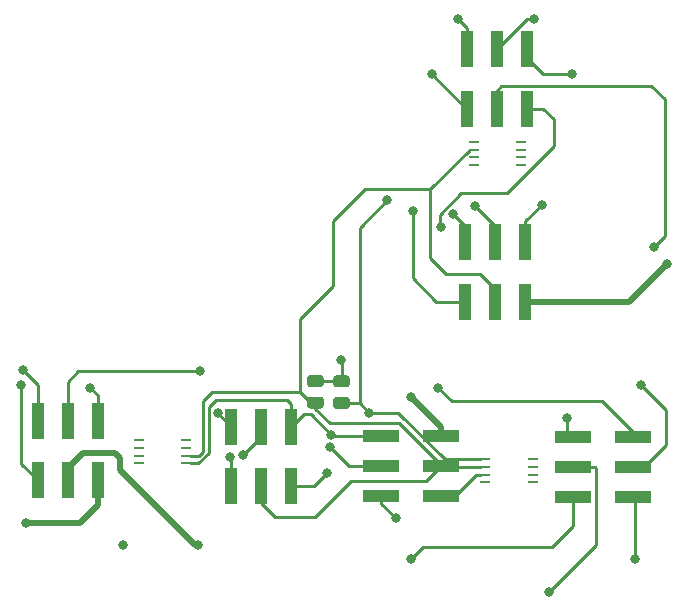
<source format=gbr>
%TF.GenerationSoftware,KiCad,Pcbnew,(5.1.12)-1*%
%TF.CreationDate,2022-11-07T03:47:31-06:00*%
%TF.ProjectId,perovskite_contact_board,7065726f-7673-46b6-9974-655f636f6e74,rev?*%
%TF.SameCoordinates,Original*%
%TF.FileFunction,Copper,L4,Bot*%
%TF.FilePolarity,Positive*%
%FSLAX46Y46*%
G04 Gerber Fmt 4.6, Leading zero omitted, Abs format (unit mm)*
G04 Created by KiCad (PCBNEW (5.1.12)-1) date 2022-11-07 03:47:31*
%MOMM*%
%LPD*%
G01*
G04 APERTURE LIST*
%TA.AperFunction,ComponentPad*%
%ADD10O,1.000000X0.250000*%
%TD*%
%TA.AperFunction,SMDPad,CuDef*%
%ADD11R,1.000000X3.150000*%
%TD*%
%TA.AperFunction,SMDPad,CuDef*%
%ADD12R,3.150000X1.000000*%
%TD*%
%TA.AperFunction,ViaPad*%
%ADD13C,0.800000*%
%TD*%
%TA.AperFunction,Conductor*%
%ADD14C,0.250000*%
%TD*%
%TA.AperFunction,Conductor*%
%ADD15C,0.500000*%
%TD*%
G04 APERTURE END LIST*
D10*
%TO.P,U6,4*%
%TO.N,GND*%
X211050120Y-58744760D03*
%TO.P,U6,5*%
%TO.N,Vdd*%
X215050120Y-58744760D03*
%TO.P,U6,3*%
%TO.N,Alert3*%
X211050120Y-58094760D03*
%TO.P,U6,6*%
%TO.N,GND*%
X215050120Y-58094760D03*
%TO.P,U6,2*%
%TO.N,SCL*%
X211050120Y-57444760D03*
%TO.P,U6,7*%
%TO.N,GND*%
X215050120Y-57444760D03*
%TO.P,U6,1*%
%TO.N,SDA*%
X211050120Y-56794760D03*
%TO.P,U6,8*%
%TO.N,Vdd*%
X215050120Y-56794760D03*
%TD*%
%TO.P,U5,4*%
%TO.N,GND*%
X212030560Y-85597640D03*
%TO.P,U5,5*%
X216030560Y-85597640D03*
%TO.P,U5,3*%
%TO.N,Alert2*%
X212030560Y-84947640D03*
%TO.P,U5,6*%
%TO.N,Vdd*%
X216030560Y-84947640D03*
%TO.P,U5,2*%
%TO.N,SCL*%
X212030560Y-84297640D03*
%TO.P,U5,7*%
%TO.N,GND*%
X216030560Y-84297640D03*
%TO.P,U5,1*%
%TO.N,SDA*%
X212030560Y-83647640D03*
%TO.P,U5,8*%
%TO.N,Vdd*%
X216030560Y-83647640D03*
%TD*%
%TO.P,U4,4*%
%TO.N,GND*%
X186698640Y-82062680D03*
%TO.P,U4,5*%
X182698640Y-82062680D03*
%TO.P,U4,3*%
%TO.N,Alert1*%
X186698640Y-82712680D03*
%TO.P,U4,6*%
%TO.N,GND*%
X182698640Y-82712680D03*
%TO.P,U4,2*%
%TO.N,SCL*%
X186698640Y-83362680D03*
%TO.P,U4,7*%
%TO.N,Vdd*%
X182698640Y-83362680D03*
%TO.P,U4,1*%
%TO.N,SDA*%
X186698640Y-84012680D03*
%TO.P,U4,8*%
%TO.N,Vdd*%
X182698640Y-84012680D03*
%TD*%
%TO.P,R1,2*%
%TO.N,SCL*%
%TA.AperFunction,SMDPad,CuDef*%
G36*
G01*
X197187399Y-78350700D02*
X198087401Y-78350700D01*
G75*
G02*
X198337400Y-78600699I0J-249999D01*
G01*
X198337400Y-79125701D01*
G75*
G02*
X198087401Y-79375700I-249999J0D01*
G01*
X197187399Y-79375700D01*
G75*
G02*
X196937400Y-79125701I0J249999D01*
G01*
X196937400Y-78600699D01*
G75*
G02*
X197187399Y-78350700I249999J0D01*
G01*
G37*
%TD.AperFunction*%
%TO.P,R1,1*%
%TO.N,Vdd*%
%TA.AperFunction,SMDPad,CuDef*%
G36*
G01*
X197187399Y-76525700D02*
X198087401Y-76525700D01*
G75*
G02*
X198337400Y-76775699I0J-249999D01*
G01*
X198337400Y-77300701D01*
G75*
G02*
X198087401Y-77550700I-249999J0D01*
G01*
X197187399Y-77550700D01*
G75*
G02*
X196937400Y-77300701I0J249999D01*
G01*
X196937400Y-76775699D01*
G75*
G02*
X197187399Y-76525700I249999J0D01*
G01*
G37*
%TD.AperFunction*%
%TD*%
%TO.P,R4,1*%
%TO.N,Vdd*%
%TA.AperFunction,SMDPad,CuDef*%
G36*
G01*
X199397199Y-76551100D02*
X200297201Y-76551100D01*
G75*
G02*
X200547200Y-76801099I0J-249999D01*
G01*
X200547200Y-77326101D01*
G75*
G02*
X200297201Y-77576100I-249999J0D01*
G01*
X199397199Y-77576100D01*
G75*
G02*
X199147200Y-77326101I0J249999D01*
G01*
X199147200Y-76801099D01*
G75*
G02*
X199397199Y-76551100I249999J0D01*
G01*
G37*
%TD.AperFunction*%
%TO.P,R4,2*%
%TO.N,SDA*%
%TA.AperFunction,SMDPad,CuDef*%
G36*
G01*
X199397199Y-78376100D02*
X200297201Y-78376100D01*
G75*
G02*
X200547200Y-78626099I0J-249999D01*
G01*
X200547200Y-79151101D01*
G75*
G02*
X200297201Y-79401100I-249999J0D01*
G01*
X199397199Y-79401100D01*
G75*
G02*
X199147200Y-79151101I0J249999D01*
G01*
X199147200Y-78626099D01*
G75*
G02*
X199397199Y-78376100I249999J0D01*
G01*
G37*
%TD.AperFunction*%
%TD*%
D11*
%TO.P,J1,1*%
%TO.N,1*%
X174117000Y-80391000D03*
%TO.P,J1,2*%
%TO.N,2*%
X174117000Y-85441000D03*
%TO.P,J1,3*%
%TO.N,3*%
X176657000Y-80391000D03*
%TO.P,J1,4*%
%TO.N,4*%
X176657000Y-85441000D03*
%TO.P,J1,5*%
%TO.N,5*%
X179197000Y-80391000D03*
%TO.P,J1,6*%
%TO.N,6*%
X179197000Y-85441000D03*
%TD*%
%TO.P,J2,6*%
%TO.N,GND*%
X190500000Y-80899000D03*
%TO.P,J2,5*%
%TO.N,Alert1*%
X190500000Y-85949000D03*
%TO.P,J2,4*%
%TO.N,Vdd*%
X193040000Y-80899000D03*
%TO.P,J2,3*%
%TO.N,SCL*%
X193040000Y-85949000D03*
%TO.P,J2,2*%
%TO.N,SDA*%
X195580000Y-80899000D03*
%TO.P,J2,1*%
%TO.N,CP*%
X195580000Y-85949000D03*
%TD*%
D12*
%TO.P,J3,1*%
%TO.N,7*%
X224506000Y-81788000D03*
%TO.P,J3,2*%
%TO.N,8*%
X219456000Y-81788000D03*
%TO.P,J3,3*%
%TO.N,9*%
X224506000Y-84328000D03*
%TO.P,J3,4*%
%TO.N,10*%
X219456000Y-84328000D03*
%TO.P,J3,5*%
%TO.N,11*%
X224506000Y-86868000D03*
%TO.P,J3,6*%
%TO.N,12*%
X219456000Y-86868000D03*
%TD*%
%TO.P,J4,6*%
%TO.N,GND*%
X203230000Y-86741000D03*
%TO.P,J4,5*%
%TO.N,Alert2*%
X208280000Y-86741000D03*
%TO.P,J4,4*%
%TO.N,Vdd*%
X203230000Y-84201000D03*
%TO.P,J4,3*%
%TO.N,SCL*%
X208280000Y-84201000D03*
%TO.P,J4,2*%
%TO.N,SDA*%
X203230000Y-81661000D03*
%TO.P,J4,1*%
%TO.N,CP*%
X208280000Y-81661000D03*
%TD*%
D11*
%TO.P,J5,1*%
%TO.N,13*%
X210439000Y-48910000D03*
%TO.P,J5,2*%
%TO.N,14*%
X210439000Y-53960000D03*
%TO.P,J5,3*%
%TO.N,15*%
X212979000Y-48910000D03*
%TO.P,J5,4*%
%TO.N,16*%
X212979000Y-53960000D03*
%TO.P,J5,5*%
%TO.N,17*%
X215519000Y-48910000D03*
%TO.P,J5,6*%
%TO.N,18*%
X215519000Y-53960000D03*
%TD*%
%TO.P,J6,6*%
%TO.N,GND*%
X210312000Y-65278000D03*
%TO.P,J6,5*%
%TO.N,Alert3*%
X210312000Y-70328000D03*
%TO.P,J6,4*%
%TO.N,Vdd*%
X212852000Y-65278000D03*
%TO.P,J6,3*%
%TO.N,SCL*%
X212852000Y-70328000D03*
%TO.P,J6,2*%
%TO.N,SDA*%
X215392000Y-65278000D03*
%TO.P,J6,1*%
%TO.N,CP*%
X215392000Y-70328000D03*
%TD*%
D13*
%TO.N,SDA*%
X202194160Y-79705200D03*
X198998840Y-81594960D03*
X216789000Y-62103000D03*
X203708000Y-61722000D03*
%TO.N,GND*%
X189357000Y-79756000D03*
X204470000Y-88646000D03*
X209296000Y-62865000D03*
%TO.N,Vdd*%
X199811640Y-75280520D03*
X191516000Y-83312000D03*
X198859120Y-82585153D03*
X211178140Y-62202060D03*
%TO.N,Alert1*%
X190373000Y-83439000D03*
%TO.N,Alert3*%
X205867000Y-62611000D03*
%TO.N,1*%
X172847000Y-76073000D03*
%TO.N,2*%
X172720000Y-77343000D03*
%TO.N,3*%
X187833000Y-76200000D03*
%TO.N,4*%
X187706000Y-90932000D03*
%TO.N,5*%
X181356000Y-90932000D03*
X178562000Y-77597000D03*
%TO.N,6*%
X173101000Y-89027000D03*
%TO.N,7*%
X208026000Y-77597000D03*
%TO.N,8*%
X218948000Y-80137000D03*
%TO.N,9*%
X225171000Y-77343000D03*
%TO.N,10*%
X217424000Y-94869000D03*
%TO.N,11*%
X224663000Y-92075000D03*
%TO.N,12*%
X205740000Y-92075000D03*
%TO.N,13*%
X209677000Y-46355000D03*
%TO.N,14*%
X207518000Y-51054000D03*
%TO.N,15*%
X216154000Y-46355000D03*
%TO.N,16*%
X226311280Y-65659000D03*
%TO.N,17*%
X219329000Y-51054000D03*
%TO.N,18*%
X208280000Y-64008000D03*
%TO.N,CP*%
X227411280Y-67101720D03*
X205740000Y-78359000D03*
X198628000Y-84836000D03*
%TD*%
D14*
%TO.N,SCL*%
X197637400Y-78863200D02*
X197637400Y-79395320D01*
X197637400Y-79395320D02*
X198831200Y-80589120D01*
X198831200Y-80589120D02*
X204693520Y-80589120D01*
X208402040Y-84297640D02*
X211690740Y-84297640D01*
X204693520Y-80589120D02*
X208402040Y-84297640D01*
X210688710Y-57444760D02*
X210690740Y-57444760D01*
X207355440Y-60778030D02*
X210688710Y-57444760D01*
X207355440Y-65008760D02*
X207355440Y-60778030D01*
X197227200Y-78863200D02*
X196316600Y-77952600D01*
X197637400Y-78863200D02*
X197227200Y-78863200D01*
X187350520Y-83362680D02*
X187047010Y-83362680D01*
X187745350Y-83362680D02*
X187350520Y-83362680D01*
X188087000Y-83021030D02*
X187745350Y-83362680D01*
X188087000Y-78740000D02*
X188087000Y-83021030D01*
X188874400Y-77952600D02*
X188087000Y-78740000D01*
X196316600Y-77952600D02*
X188874400Y-77952600D01*
X193040000Y-85949000D02*
X193040000Y-86741000D01*
X193040000Y-85949000D02*
X193040000Y-87376000D01*
X193040000Y-87376000D02*
X194183000Y-88519000D01*
X194183000Y-88519000D02*
X197612000Y-88519000D01*
X197612000Y-88519000D02*
X200660000Y-85471000D01*
X207010000Y-85471000D02*
X208280000Y-84201000D01*
X200660000Y-85471000D02*
X207010000Y-85471000D01*
X212852000Y-70328000D02*
X212852000Y-69215000D01*
X212852000Y-69215000D02*
X211582000Y-67945000D01*
X211582000Y-67945000D02*
X208661000Y-67945000D01*
X207355440Y-66639440D02*
X207355440Y-65008760D01*
X208661000Y-67945000D02*
X207355440Y-66639440D01*
X201857970Y-60778030D02*
X207355440Y-60778030D01*
X199136000Y-63500000D02*
X201857970Y-60778030D01*
X199136000Y-68961000D02*
X199136000Y-63500000D01*
X196316600Y-71780400D02*
X199136000Y-68961000D01*
X196316600Y-77952600D02*
X196316600Y-71780400D01*
%TO.N,SDA*%
X208590240Y-83647640D02*
X211690740Y-83647640D01*
X204643310Y-79700710D02*
X208590240Y-83647640D01*
X202198650Y-79700710D02*
X202194160Y-79705200D01*
X204643310Y-79700710D02*
X202198650Y-79700710D01*
X198998840Y-81594960D02*
X197225920Y-79822040D01*
X201377560Y-78888600D02*
X202194160Y-79705200D01*
X199847200Y-78888600D02*
X201377560Y-78888600D01*
X199064880Y-81661000D02*
X198998840Y-81594960D01*
X203230000Y-81661000D02*
X199064880Y-81661000D01*
X196656960Y-79822040D02*
X195580000Y-80899000D01*
X197225920Y-79822040D02*
X196656960Y-79822040D01*
X188595000Y-83149440D02*
X187731760Y-84012680D01*
X188595000Y-79248000D02*
X188595000Y-83149440D01*
X189230000Y-78613000D02*
X188595000Y-79248000D01*
X187731760Y-84012680D02*
X187047010Y-84012680D01*
X195580000Y-78994000D02*
X195199000Y-78613000D01*
X195199000Y-78613000D02*
X189230000Y-78613000D01*
X195580000Y-80899000D02*
X195580000Y-78994000D01*
X215392000Y-63500000D02*
X216789000Y-62103000D01*
X215392000Y-65278000D02*
X215392000Y-63500000D01*
X201377560Y-64052440D02*
X203708000Y-61722000D01*
X201377560Y-78888600D02*
X201377560Y-64052440D01*
%TO.N,GND*%
X190500000Y-80899000D02*
X189357000Y-79756000D01*
X203230000Y-87406000D02*
X204470000Y-88646000D01*
X203230000Y-86741000D02*
X203230000Y-87406000D01*
X210312000Y-63881000D02*
X209296000Y-62865000D01*
X210312000Y-65278000D02*
X210312000Y-63881000D01*
%TO.N,Vdd*%
X199821800Y-77038200D02*
X199847200Y-77063600D01*
X197637400Y-77038200D02*
X199821800Y-77038200D01*
X199847200Y-75316080D02*
X199811640Y-75280520D01*
X199847200Y-77063600D02*
X199847200Y-75316080D01*
X193040000Y-81788000D02*
X191516000Y-83312000D01*
X193040000Y-80899000D02*
X193040000Y-81788000D01*
X200474967Y-84201000D02*
X198859120Y-82585153D01*
X203230000Y-84201000D02*
X200474967Y-84201000D01*
X212852000Y-63875920D02*
X211178140Y-62202060D01*
X212852000Y-65278000D02*
X212852000Y-63875920D01*
%TO.N,Alert1*%
X190500000Y-83566000D02*
X190373000Y-83439000D01*
X190500000Y-85949000D02*
X190500000Y-83566000D01*
%TO.N,Alert2*%
X208280000Y-86741000D02*
X208280000Y-86487000D01*
X211216360Y-84947640D02*
X211690740Y-84947640D01*
X209423000Y-86741000D02*
X211216360Y-84947640D01*
X208280000Y-86741000D02*
X209423000Y-86741000D01*
%TO.N,Alert3*%
X210312000Y-70328000D02*
X207869000Y-70328000D01*
X207869000Y-70328000D02*
X205867000Y-68326000D01*
X205867000Y-68326000D02*
X205867000Y-62611000D01*
%TO.N,1*%
X174117000Y-77343000D02*
X172847000Y-76073000D01*
X174117000Y-80391000D02*
X174117000Y-77343000D01*
%TO.N,2*%
X172720000Y-84044000D02*
X174117000Y-85441000D01*
X172720000Y-77343000D02*
X172720000Y-84044000D01*
%TO.N,3*%
X176657000Y-80391000D02*
X176657000Y-77089000D01*
X177546000Y-76200000D02*
X187833000Y-76200000D01*
X176657000Y-77089000D02*
X177546000Y-76200000D01*
D15*
%TO.N,4*%
X176657000Y-84366000D02*
X177927000Y-83096000D01*
X176657000Y-85441000D02*
X176657000Y-84366000D01*
X177927000Y-83096000D02*
X180632000Y-83096000D01*
X180632000Y-83096000D02*
X181102000Y-83566000D01*
X181102000Y-83566000D02*
X181102000Y-84582000D01*
X187452000Y-90932000D02*
X187706000Y-90932000D01*
X181102000Y-84582000D02*
X187452000Y-90932000D01*
D14*
%TO.N,5*%
X179197000Y-78232000D02*
X178562000Y-77597000D01*
X179197000Y-80391000D02*
X179197000Y-78232000D01*
D15*
%TO.N,6*%
X177686000Y-89027000D02*
X173101000Y-89027000D01*
X179197000Y-87516000D02*
X177686000Y-89027000D01*
X179197000Y-85441000D02*
X179197000Y-87516000D01*
D14*
%TO.N,7*%
X224506000Y-81788000D02*
X224506000Y-81377000D01*
X224506000Y-81377000D02*
X221869000Y-78740000D01*
X209169000Y-78740000D02*
X208026000Y-77597000D01*
X221869000Y-78740000D02*
X209169000Y-78740000D01*
%TO.N,8*%
X218948000Y-81280000D02*
X219456000Y-81788000D01*
X218948000Y-80137000D02*
X218948000Y-81280000D01*
%TO.N,9*%
X224506000Y-84328000D02*
X225425000Y-84328000D01*
X225425000Y-84328000D02*
X227330000Y-82423000D01*
X227330000Y-79502000D02*
X225171000Y-77343000D01*
X227330000Y-82423000D02*
X227330000Y-79502000D01*
%TO.N,10*%
X221356001Y-90936999D02*
X217424000Y-94869000D01*
X221356001Y-84403001D02*
X221356001Y-90936999D01*
X221281000Y-84328000D02*
X221356001Y-84403001D01*
X219456000Y-84328000D02*
X221281000Y-84328000D01*
%TO.N,11*%
X224663000Y-87025000D02*
X224506000Y-86868000D01*
X224663000Y-92075000D02*
X224663000Y-87025000D01*
%TO.N,12*%
X219456000Y-86868000D02*
X219456000Y-89281000D01*
X219456000Y-89281000D02*
X217678000Y-91059000D01*
X206756000Y-91059000D02*
X205740000Y-92075000D01*
X217678000Y-91059000D02*
X206756000Y-91059000D01*
%TO.N,13*%
X210439000Y-47117000D02*
X209677000Y-46355000D01*
X210439000Y-48910000D02*
X210439000Y-47117000D01*
%TO.N,14*%
X210424000Y-53960000D02*
X207518000Y-51054000D01*
X210439000Y-53960000D02*
X210424000Y-53960000D01*
%TO.N,15*%
X215534000Y-46355000D02*
X216154000Y-46355000D01*
X212979000Y-48910000D02*
X215534000Y-46355000D01*
%TO.N,16*%
X212979000Y-53960000D02*
X212979000Y-52451000D01*
X213370001Y-52059999D02*
X226070001Y-52059999D01*
X212979000Y-52451000D02*
X213370001Y-52059999D01*
X226070001Y-52059999D02*
X227203000Y-53192998D01*
X227203000Y-64767280D02*
X226311280Y-65659000D01*
X227203000Y-53192998D02*
X227203000Y-64767280D01*
%TO.N,17*%
X215519000Y-48910000D02*
X215519000Y-49657000D01*
X215519000Y-49657000D02*
X216916000Y-51054000D01*
X216916000Y-51054000D02*
X219329000Y-51054000D01*
%TO.N,18*%
X215519000Y-53960000D02*
X216901000Y-53960000D01*
X216901000Y-53960000D02*
X217805000Y-54864000D01*
X217805000Y-57146196D02*
X213864196Y-61087000D01*
X217805000Y-54864000D02*
X217805000Y-57146196D01*
X210000998Y-61087000D02*
X208153000Y-62934998D01*
X213864196Y-61087000D02*
X210000998Y-61087000D01*
X208153000Y-63881000D02*
X208280000Y-64008000D01*
X208153000Y-62934998D02*
X208153000Y-63881000D01*
D15*
%TO.N,CP*%
X224185000Y-70328000D02*
X227411280Y-67101720D01*
X215392000Y-70328000D02*
X224185000Y-70328000D01*
X208280000Y-80899000D02*
X205740000Y-78359000D01*
X208280000Y-81661000D02*
X208280000Y-80899000D01*
D14*
X197515000Y-85949000D02*
X198628000Y-84836000D01*
X195580000Y-85949000D02*
X197515000Y-85949000D01*
%TD*%
M02*

</source>
